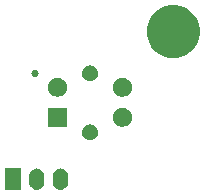
<source format=gbr>
G04 #@! TF.GenerationSoftware,KiCad,Pcbnew,(5.1.2)-1*
G04 #@! TF.CreationDate,2020-06-07T15:31:51+02:00*
G04 #@! TF.ProjectId,ir-detector,69722d64-6574-4656-9374-6f722e6b6963,rev?*
G04 #@! TF.SameCoordinates,Original*
G04 #@! TF.FileFunction,Soldermask,Bot*
G04 #@! TF.FilePolarity,Negative*
%FSLAX46Y46*%
G04 Gerber Fmt 4.6, Leading zero omitted, Abs format (unit mm)*
G04 Created by KiCad (PCBNEW (5.1.2)-1) date 2020-06-07 15:31:51*
%MOMM*%
%LPD*%
G04 APERTURE LIST*
%ADD10C,0.100000*%
G04 APERTURE END LIST*
D10*
G36*
X72627617Y-60108420D02*
G01*
X72718403Y-60135960D01*
X72750335Y-60145646D01*
X72863424Y-60206094D01*
X72962554Y-60287447D01*
X73043906Y-60386575D01*
X73104354Y-60499664D01*
X73114040Y-60531596D01*
X73141580Y-60622382D01*
X73151000Y-60718027D01*
X73151000Y-61281973D01*
X73141580Y-61377618D01*
X73114040Y-61468404D01*
X73104354Y-61500336D01*
X73043906Y-61613425D01*
X72962554Y-61712554D01*
X72863425Y-61793906D01*
X72750336Y-61854354D01*
X72718404Y-61864040D01*
X72627618Y-61891580D01*
X72500000Y-61904149D01*
X72372383Y-61891580D01*
X72281597Y-61864040D01*
X72249665Y-61854354D01*
X72136576Y-61793906D01*
X72037447Y-61712553D01*
X71956094Y-61613425D01*
X71895646Y-61500336D01*
X71885960Y-61468404D01*
X71858420Y-61377618D01*
X71849000Y-61281973D01*
X71849000Y-60718028D01*
X71858420Y-60622383D01*
X71895645Y-60499669D01*
X71895646Y-60499665D01*
X71956094Y-60386576D01*
X72037447Y-60287446D01*
X72136575Y-60206094D01*
X72249664Y-60145646D01*
X72281596Y-60135960D01*
X72372382Y-60108420D01*
X72500000Y-60095851D01*
X72627617Y-60108420D01*
X72627617Y-60108420D01*
G37*
G36*
X70627617Y-60108420D02*
G01*
X70718403Y-60135960D01*
X70750335Y-60145646D01*
X70863424Y-60206094D01*
X70962554Y-60287447D01*
X71043906Y-60386575D01*
X71104354Y-60499664D01*
X71114040Y-60531596D01*
X71141580Y-60622382D01*
X71151000Y-60718027D01*
X71151000Y-61281973D01*
X71141580Y-61377618D01*
X71114040Y-61468404D01*
X71104354Y-61500336D01*
X71043906Y-61613425D01*
X70962554Y-61712554D01*
X70863425Y-61793906D01*
X70750336Y-61854354D01*
X70718404Y-61864040D01*
X70627618Y-61891580D01*
X70500000Y-61904149D01*
X70372383Y-61891580D01*
X70281597Y-61864040D01*
X70249665Y-61854354D01*
X70136576Y-61793906D01*
X70037447Y-61712553D01*
X69956094Y-61613425D01*
X69895646Y-61500336D01*
X69885960Y-61468404D01*
X69858420Y-61377618D01*
X69849000Y-61281973D01*
X69849000Y-60718028D01*
X69858420Y-60622383D01*
X69895645Y-60499669D01*
X69895646Y-60499665D01*
X69956094Y-60386576D01*
X70037447Y-60287446D01*
X70136575Y-60206094D01*
X70249664Y-60145646D01*
X70281596Y-60135960D01*
X70372382Y-60108420D01*
X70500000Y-60095851D01*
X70627617Y-60108420D01*
X70627617Y-60108420D01*
G37*
G36*
X69151000Y-61901000D02*
G01*
X67849000Y-61901000D01*
X67849000Y-60099000D01*
X69151000Y-60099000D01*
X69151000Y-61901000D01*
X69151000Y-61901000D01*
G37*
G36*
X75153648Y-56381319D02*
G01*
X75197182Y-56389978D01*
X75320206Y-56440936D01*
X75430925Y-56514916D01*
X75525084Y-56609075D01*
X75599064Y-56719794D01*
X75650022Y-56842818D01*
X75676000Y-56973420D01*
X75676000Y-57106580D01*
X75650022Y-57237182D01*
X75599064Y-57360206D01*
X75525084Y-57470925D01*
X75430925Y-57565084D01*
X75320206Y-57639064D01*
X75197182Y-57690022D01*
X75153648Y-57698681D01*
X75066582Y-57716000D01*
X74933418Y-57716000D01*
X74846352Y-57698681D01*
X74802818Y-57690022D01*
X74679794Y-57639064D01*
X74569075Y-57565084D01*
X74474916Y-57470925D01*
X74400936Y-57360206D01*
X74349978Y-57237182D01*
X74324000Y-57106580D01*
X74324000Y-56973420D01*
X74349978Y-56842818D01*
X74400936Y-56719794D01*
X74474916Y-56609075D01*
X74569075Y-56514916D01*
X74679794Y-56440936D01*
X74802818Y-56389978D01*
X74846352Y-56381319D01*
X74933418Y-56364000D01*
X75066582Y-56364000D01*
X75153648Y-56381319D01*
X75153648Y-56381319D01*
G37*
G36*
X73051000Y-56571000D02*
G01*
X71449000Y-56571000D01*
X71449000Y-54969000D01*
X73051000Y-54969000D01*
X73051000Y-56571000D01*
X73051000Y-56571000D01*
G37*
G36*
X77983642Y-54999781D02*
G01*
X78129414Y-55060162D01*
X78129416Y-55060163D01*
X78260608Y-55147822D01*
X78372178Y-55259392D01*
X78459837Y-55390584D01*
X78459838Y-55390586D01*
X78520219Y-55536358D01*
X78551000Y-55691107D01*
X78551000Y-55848893D01*
X78520219Y-56003642D01*
X78459838Y-56149414D01*
X78459837Y-56149416D01*
X78372178Y-56280608D01*
X78260608Y-56392178D01*
X78129416Y-56479837D01*
X78129415Y-56479838D01*
X78129414Y-56479838D01*
X77983642Y-56540219D01*
X77828893Y-56571000D01*
X77671107Y-56571000D01*
X77516358Y-56540219D01*
X77370586Y-56479838D01*
X77370585Y-56479838D01*
X77370584Y-56479837D01*
X77239392Y-56392178D01*
X77127822Y-56280608D01*
X77040163Y-56149416D01*
X77040162Y-56149414D01*
X76979781Y-56003642D01*
X76949000Y-55848893D01*
X76949000Y-55691107D01*
X76979781Y-55536358D01*
X77040162Y-55390586D01*
X77040163Y-55390584D01*
X77127822Y-55259392D01*
X77239392Y-55147822D01*
X77370584Y-55060163D01*
X77370586Y-55060162D01*
X77516358Y-54999781D01*
X77671107Y-54969000D01*
X77828893Y-54969000D01*
X77983642Y-54999781D01*
X77983642Y-54999781D01*
G37*
G36*
X72483642Y-52459781D02*
G01*
X72629414Y-52520162D01*
X72629416Y-52520163D01*
X72760608Y-52607822D01*
X72872178Y-52719392D01*
X72876593Y-52726000D01*
X72959838Y-52850586D01*
X73020219Y-52996358D01*
X73051000Y-53151107D01*
X73051000Y-53308893D01*
X73020219Y-53463642D01*
X72959838Y-53609414D01*
X72959837Y-53609416D01*
X72872178Y-53740608D01*
X72760608Y-53852178D01*
X72629416Y-53939837D01*
X72629415Y-53939838D01*
X72629414Y-53939838D01*
X72483642Y-54000219D01*
X72328893Y-54031000D01*
X72171107Y-54031000D01*
X72016358Y-54000219D01*
X71870586Y-53939838D01*
X71870585Y-53939838D01*
X71870584Y-53939837D01*
X71739392Y-53852178D01*
X71627822Y-53740608D01*
X71540163Y-53609416D01*
X71540162Y-53609414D01*
X71479781Y-53463642D01*
X71449000Y-53308893D01*
X71449000Y-53151107D01*
X71479781Y-52996358D01*
X71540162Y-52850586D01*
X71623407Y-52726000D01*
X71627822Y-52719392D01*
X71739392Y-52607822D01*
X71870584Y-52520163D01*
X71870586Y-52520162D01*
X72016358Y-52459781D01*
X72171107Y-52429000D01*
X72328893Y-52429000D01*
X72483642Y-52459781D01*
X72483642Y-52459781D01*
G37*
G36*
X77983642Y-52459781D02*
G01*
X78129414Y-52520162D01*
X78129416Y-52520163D01*
X78260608Y-52607822D01*
X78372178Y-52719392D01*
X78376593Y-52726000D01*
X78459838Y-52850586D01*
X78520219Y-52996358D01*
X78551000Y-53151107D01*
X78551000Y-53308893D01*
X78520219Y-53463642D01*
X78459838Y-53609414D01*
X78459837Y-53609416D01*
X78372178Y-53740608D01*
X78260608Y-53852178D01*
X78129416Y-53939837D01*
X78129415Y-53939838D01*
X78129414Y-53939838D01*
X77983642Y-54000219D01*
X77828893Y-54031000D01*
X77671107Y-54031000D01*
X77516358Y-54000219D01*
X77370586Y-53939838D01*
X77370585Y-53939838D01*
X77370584Y-53939837D01*
X77239392Y-53852178D01*
X77127822Y-53740608D01*
X77040163Y-53609416D01*
X77040162Y-53609414D01*
X76979781Y-53463642D01*
X76949000Y-53308893D01*
X76949000Y-53151107D01*
X76979781Y-52996358D01*
X77040162Y-52850586D01*
X77123407Y-52726000D01*
X77127822Y-52719392D01*
X77239392Y-52607822D01*
X77370584Y-52520163D01*
X77370586Y-52520162D01*
X77516358Y-52459781D01*
X77671107Y-52429000D01*
X77828893Y-52429000D01*
X77983642Y-52459781D01*
X77983642Y-52459781D01*
G37*
G36*
X75153648Y-51391319D02*
G01*
X75197182Y-51399978D01*
X75320206Y-51450936D01*
X75430925Y-51524916D01*
X75525084Y-51619075D01*
X75599064Y-51729794D01*
X75650022Y-51852818D01*
X75658681Y-51896352D01*
X75676000Y-51983418D01*
X75676000Y-52116582D01*
X75658681Y-52203648D01*
X75650022Y-52247182D01*
X75599064Y-52370206D01*
X75525084Y-52480925D01*
X75430925Y-52575084D01*
X75320206Y-52649064D01*
X75197182Y-52700022D01*
X75153648Y-52708681D01*
X75066582Y-52726000D01*
X74933418Y-52726000D01*
X74846352Y-52708681D01*
X74802818Y-52700022D01*
X74679794Y-52649064D01*
X74569075Y-52575084D01*
X74474916Y-52480925D01*
X74400936Y-52370206D01*
X74349978Y-52247182D01*
X74341319Y-52203648D01*
X74324000Y-52116582D01*
X74324000Y-51983418D01*
X74341319Y-51896352D01*
X74349978Y-51852818D01*
X74400936Y-51729794D01*
X74474916Y-51619075D01*
X74569075Y-51524916D01*
X74679794Y-51450936D01*
X74802818Y-51399978D01*
X74846352Y-51391319D01*
X74933418Y-51374000D01*
X75066582Y-51374000D01*
X75153648Y-51391319D01*
X75153648Y-51391319D01*
G37*
G36*
X70437797Y-51760567D02*
G01*
X70492575Y-51783257D01*
X70492577Y-51783258D01*
X70541876Y-51816198D01*
X70583802Y-51858124D01*
X70616742Y-51907423D01*
X70616743Y-51907425D01*
X70639433Y-51962203D01*
X70651000Y-52020353D01*
X70651000Y-52079647D01*
X70639433Y-52137797D01*
X70616743Y-52192575D01*
X70616742Y-52192577D01*
X70583802Y-52241876D01*
X70541876Y-52283802D01*
X70492577Y-52316742D01*
X70492576Y-52316743D01*
X70492575Y-52316743D01*
X70437797Y-52339433D01*
X70379647Y-52351000D01*
X70320353Y-52351000D01*
X70262203Y-52339433D01*
X70207425Y-52316743D01*
X70207424Y-52316743D01*
X70207423Y-52316742D01*
X70158124Y-52283802D01*
X70116198Y-52241876D01*
X70083258Y-52192577D01*
X70083257Y-52192575D01*
X70060567Y-52137797D01*
X70049000Y-52079647D01*
X70049000Y-52020353D01*
X70060567Y-51962203D01*
X70083257Y-51907425D01*
X70083258Y-51907423D01*
X70116198Y-51858124D01*
X70158124Y-51816198D01*
X70207423Y-51783258D01*
X70207425Y-51783257D01*
X70262203Y-51760567D01*
X70320353Y-51749000D01*
X70379647Y-51749000D01*
X70437797Y-51760567D01*
X70437797Y-51760567D01*
G37*
G36*
X82317880Y-46273776D02*
G01*
X82698593Y-46349504D01*
X83108249Y-46519189D01*
X83476929Y-46765534D01*
X83790466Y-47079071D01*
X84036811Y-47447751D01*
X84206496Y-47857407D01*
X84293000Y-48292296D01*
X84293000Y-48735704D01*
X84206496Y-49170593D01*
X84036811Y-49580249D01*
X83790466Y-49948929D01*
X83476929Y-50262466D01*
X83108249Y-50508811D01*
X82698593Y-50678496D01*
X82317880Y-50754224D01*
X82263705Y-50765000D01*
X81820295Y-50765000D01*
X81766120Y-50754224D01*
X81385407Y-50678496D01*
X80975751Y-50508811D01*
X80607071Y-50262466D01*
X80293534Y-49948929D01*
X80047189Y-49580249D01*
X79877504Y-49170593D01*
X79791000Y-48735704D01*
X79791000Y-48292296D01*
X79877504Y-47857407D01*
X80047189Y-47447751D01*
X80293534Y-47079071D01*
X80607071Y-46765534D01*
X80975751Y-46519189D01*
X81385407Y-46349504D01*
X81766120Y-46273776D01*
X81820295Y-46263000D01*
X82263705Y-46263000D01*
X82317880Y-46273776D01*
X82317880Y-46273776D01*
G37*
M02*

</source>
